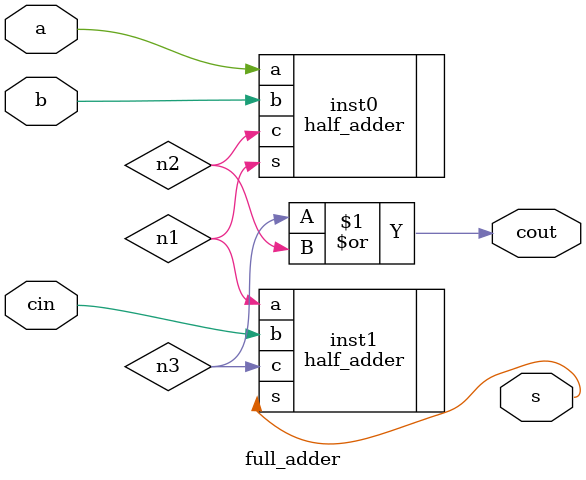
<source format=sv>
/* full_adder */

module full_adder(
					input logic a,b,cin,
					output logic s, cout

);


logic n1,n2,n3,n4;

half_adder inst0(.a(a), .b(b), .s(n1), .c(n2));

half_adder inst1(.a(n1), .b(cin), .s(s), .c(n3));

assign s = s;
assign cout = n3|n2;

endmodule

</source>
